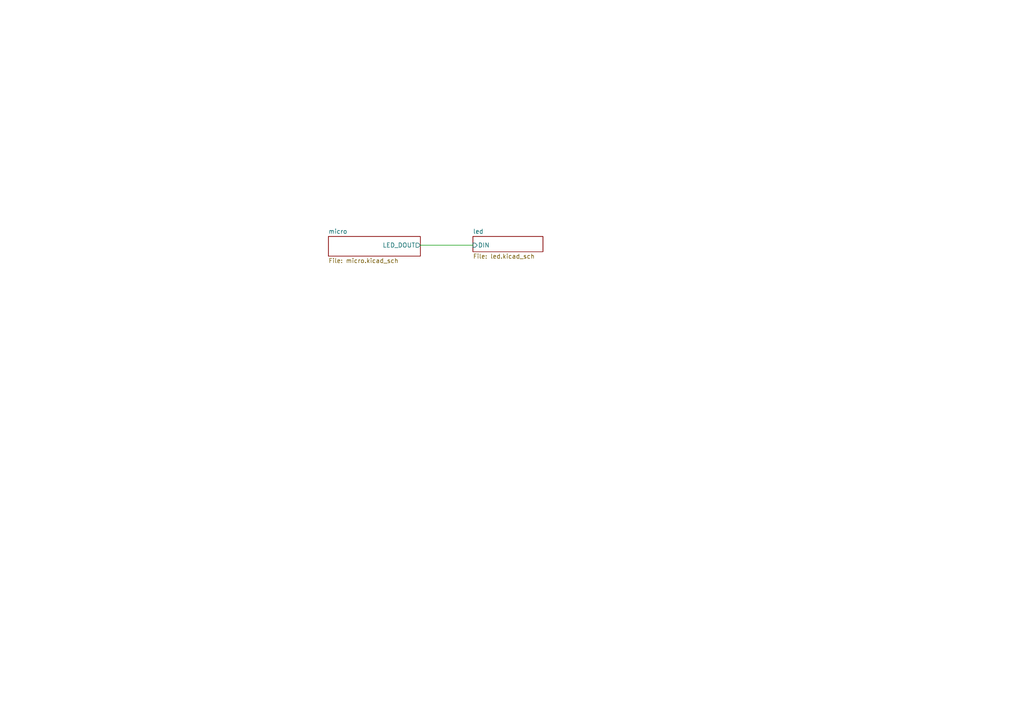
<source format=kicad_sch>
(kicad_sch
	(version 20231120)
	(generator "eeschema")
	(generator_version "8.0")
	(uuid "7f3f26e1-61db-49d8-a68c-f315156bfd80")
	(paper "A4")
	(lib_symbols)
	(wire
		(pts
			(xy 121.92 71.12) (xy 137.16 71.12)
		)
		(stroke
			(width 0)
			(type default)
		)
		(uuid "328848e4-0689-4efd-88c7-bf8c8b138d42")
	)
	(sheet
		(at 137.16 68.58)
		(size 20.32 4.445)
		(fields_autoplaced yes)
		(stroke
			(width 0.1524)
			(type solid)
		)
		(fill
			(color 0 0 0 0.0000)
		)
		(uuid "5d8cbbad-9a8a-47b9-976a-c32e026d92ff")
		(property "Sheetname" "led"
			(at 137.16 67.8684 0)
			(effects
				(font
					(size 1.27 1.27)
				)
				(justify left bottom)
			)
		)
		(property "Sheetfile" "led.kicad_sch"
			(at 137.16 73.6096 0)
			(effects
				(font
					(size 1.27 1.27)
				)
				(justify left top)
			)
		)
		(pin "DIN" input
			(at 137.16 71.12 180)
			(effects
				(font
					(size 1.27 1.27)
				)
				(justify left)
			)
			(uuid "ed9d2418-13de-4ae0-8140-934b0dc22f44")
		)
		(instances
			(project "bizcard"
				(path "/7f3f26e1-61db-49d8-a68c-f315156bfd80"
					(page "4")
				)
			)
		)
	)
	(sheet
		(at 95.25 68.58)
		(size 26.67 5.715)
		(fields_autoplaced yes)
		(stroke
			(width 0.1524)
			(type solid)
		)
		(fill
			(color 0 0 0 0.0000)
		)
		(uuid "81149349-e467-4e1f-9116-ec8c433504f1")
		(property "Sheetname" "micro"
			(at 95.25 67.8684 0)
			(effects
				(font
					(size 1.27 1.27)
				)
				(justify left bottom)
			)
		)
		(property "Sheetfile" "micro.kicad_sch"
			(at 95.25 74.8796 0)
			(effects
				(font
					(size 1.27 1.27)
				)
				(justify left top)
			)
		)
		(pin "LED_DOUT" output
			(at 121.92 71.12 0)
			(effects
				(font
					(size 1.27 1.27)
				)
				(justify right)
			)
			(uuid "7236eaa2-4601-47be-a1ce-4ad5bb7543cf")
		)
		(instances
			(project "bizcard"
				(path "/7f3f26e1-61db-49d8-a68c-f315156bfd80"
					(page "2")
				)
			)
		)
	)
	(sheet_instances
		(path "/"
			(page "1")
		)
	)
)

</source>
